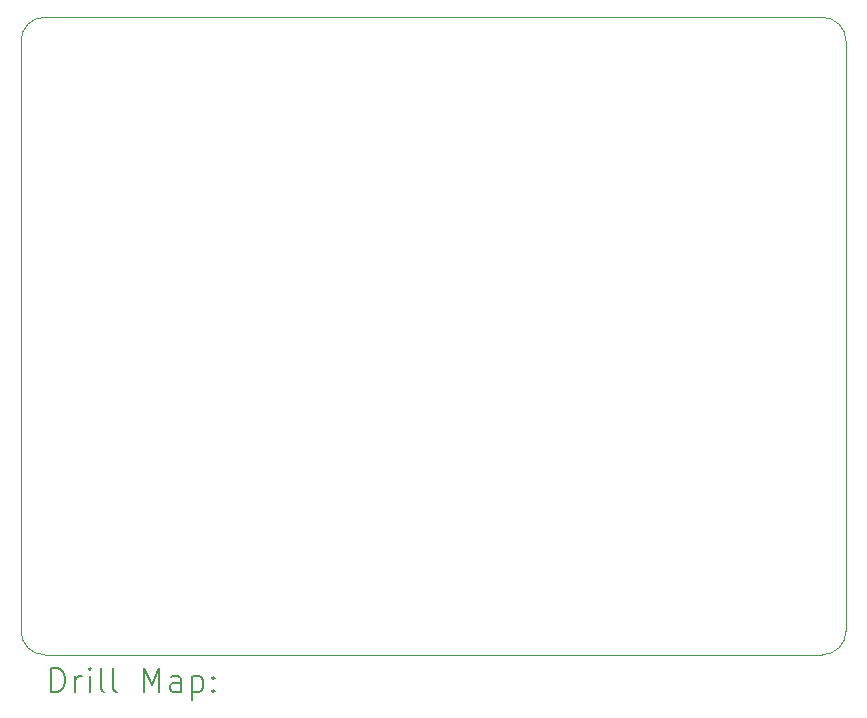
<source format=gbr>
%TF.GenerationSoftware,KiCad,Pcbnew,9.0.0*%
%TF.CreationDate,2025-08-17T11:07:12-05:00*%
%TF.ProjectId,silver-platter,73696c76-6572-42d7-906c-61747465722e,rev?*%
%TF.SameCoordinates,Original*%
%TF.FileFunction,Drillmap*%
%TF.FilePolarity,Positive*%
%FSLAX45Y45*%
G04 Gerber Fmt 4.5, Leading zero omitted, Abs format (unit mm)*
G04 Created by KiCad (PCBNEW 9.0.0) date 2025-08-17 11:07:12*
%MOMM*%
%LPD*%
G01*
G04 APERTURE LIST*
%ADD10C,0.050000*%
%ADD11C,0.200000*%
G04 APERTURE END LIST*
D10*
X11811000Y-7502500D02*
G75*
G02*
X12011000Y-7302500I200000J0D01*
G01*
X11811000Y-12500000D02*
X11811000Y-7502500D01*
X18796000Y-12500000D02*
G75*
G02*
X18596000Y-12700000I-200000J0D01*
G01*
X12011000Y-7302500D02*
X18596000Y-7302500D01*
X18596000Y-12700000D02*
X12011000Y-12700000D01*
X18796000Y-7502500D02*
X18796000Y-12500000D01*
X18596000Y-7302500D02*
G75*
G02*
X18796000Y-7502500I0J-200000D01*
G01*
X12011000Y-12700000D02*
G75*
G02*
X11811000Y-12500000I0J200000D01*
G01*
D11*
X12069277Y-13013984D02*
X12069277Y-12813984D01*
X12069277Y-12813984D02*
X12116896Y-12813984D01*
X12116896Y-12813984D02*
X12145467Y-12823508D01*
X12145467Y-12823508D02*
X12164515Y-12842555D01*
X12164515Y-12842555D02*
X12174039Y-12861603D01*
X12174039Y-12861603D02*
X12183562Y-12899698D01*
X12183562Y-12899698D02*
X12183562Y-12928269D01*
X12183562Y-12928269D02*
X12174039Y-12966365D01*
X12174039Y-12966365D02*
X12164515Y-12985412D01*
X12164515Y-12985412D02*
X12145467Y-13004460D01*
X12145467Y-13004460D02*
X12116896Y-13013984D01*
X12116896Y-13013984D02*
X12069277Y-13013984D01*
X12269277Y-13013984D02*
X12269277Y-12880650D01*
X12269277Y-12918746D02*
X12278801Y-12899698D01*
X12278801Y-12899698D02*
X12288324Y-12890174D01*
X12288324Y-12890174D02*
X12307372Y-12880650D01*
X12307372Y-12880650D02*
X12326420Y-12880650D01*
X12393086Y-13013984D02*
X12393086Y-12880650D01*
X12393086Y-12813984D02*
X12383562Y-12823508D01*
X12383562Y-12823508D02*
X12393086Y-12833031D01*
X12393086Y-12833031D02*
X12402610Y-12823508D01*
X12402610Y-12823508D02*
X12393086Y-12813984D01*
X12393086Y-12813984D02*
X12393086Y-12833031D01*
X12516896Y-13013984D02*
X12497848Y-13004460D01*
X12497848Y-13004460D02*
X12488324Y-12985412D01*
X12488324Y-12985412D02*
X12488324Y-12813984D01*
X12621658Y-13013984D02*
X12602610Y-13004460D01*
X12602610Y-13004460D02*
X12593086Y-12985412D01*
X12593086Y-12985412D02*
X12593086Y-12813984D01*
X12850229Y-13013984D02*
X12850229Y-12813984D01*
X12850229Y-12813984D02*
X12916896Y-12956841D01*
X12916896Y-12956841D02*
X12983562Y-12813984D01*
X12983562Y-12813984D02*
X12983562Y-13013984D01*
X13164515Y-13013984D02*
X13164515Y-12909222D01*
X13164515Y-12909222D02*
X13154991Y-12890174D01*
X13154991Y-12890174D02*
X13135943Y-12880650D01*
X13135943Y-12880650D02*
X13097848Y-12880650D01*
X13097848Y-12880650D02*
X13078801Y-12890174D01*
X13164515Y-13004460D02*
X13145467Y-13013984D01*
X13145467Y-13013984D02*
X13097848Y-13013984D01*
X13097848Y-13013984D02*
X13078801Y-13004460D01*
X13078801Y-13004460D02*
X13069277Y-12985412D01*
X13069277Y-12985412D02*
X13069277Y-12966365D01*
X13069277Y-12966365D02*
X13078801Y-12947317D01*
X13078801Y-12947317D02*
X13097848Y-12937793D01*
X13097848Y-12937793D02*
X13145467Y-12937793D01*
X13145467Y-12937793D02*
X13164515Y-12928269D01*
X13259753Y-12880650D02*
X13259753Y-13080650D01*
X13259753Y-12890174D02*
X13278801Y-12880650D01*
X13278801Y-12880650D02*
X13316896Y-12880650D01*
X13316896Y-12880650D02*
X13335943Y-12890174D01*
X13335943Y-12890174D02*
X13345467Y-12899698D01*
X13345467Y-12899698D02*
X13354991Y-12918746D01*
X13354991Y-12918746D02*
X13354991Y-12975888D01*
X13354991Y-12975888D02*
X13345467Y-12994936D01*
X13345467Y-12994936D02*
X13335943Y-13004460D01*
X13335943Y-13004460D02*
X13316896Y-13013984D01*
X13316896Y-13013984D02*
X13278801Y-13013984D01*
X13278801Y-13013984D02*
X13259753Y-13004460D01*
X13440705Y-12994936D02*
X13450229Y-13004460D01*
X13450229Y-13004460D02*
X13440705Y-13013984D01*
X13440705Y-13013984D02*
X13431182Y-13004460D01*
X13431182Y-13004460D02*
X13440705Y-12994936D01*
X13440705Y-12994936D02*
X13440705Y-13013984D01*
X13440705Y-12890174D02*
X13450229Y-12899698D01*
X13450229Y-12899698D02*
X13440705Y-12909222D01*
X13440705Y-12909222D02*
X13431182Y-12899698D01*
X13431182Y-12899698D02*
X13440705Y-12890174D01*
X13440705Y-12890174D02*
X13440705Y-12909222D01*
M02*

</source>
